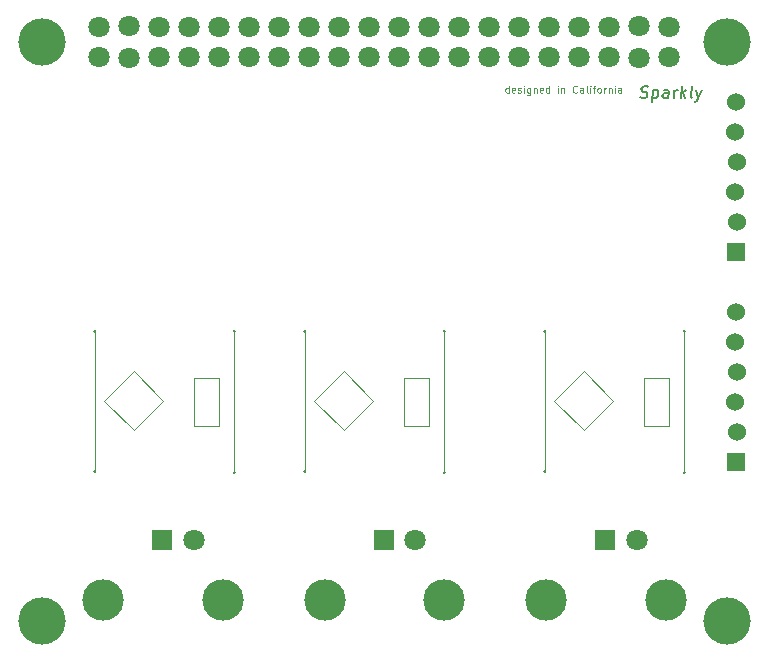
<source format=gbr>
%TF.GenerationSoftware,KiCad,Pcbnew,(6.0.0-0)*%
%TF.CreationDate,2022-01-12T23:13:02-08:00*%
%TF.ProjectId,tentacle-raspi,74656e74-6163-46c6-952d-72617370692e,1.0*%
%TF.SameCoordinates,Original*%
%TF.FileFunction,Legend,Top*%
%TF.FilePolarity,Positive*%
%FSLAX46Y46*%
G04 Gerber Fmt 4.6, Leading zero omitted, Abs format (unit mm)*
G04 Created by KiCad (PCBNEW (6.0.0-0)) date 2022-01-12 23:13:02*
%MOMM*%
%LPD*%
G01*
G04 APERTURE LIST*
%ADD10C,0.150000*%
%ADD11C,0.080000*%
%ADD12C,0.120000*%
%ADD13C,4.000000*%
%ADD14R,1.524000X1.524000*%
%ADD15C,1.524000*%
%ADD16C,3.500000*%
%ADD17R,1.800000X1.800000*%
%ADD18C,1.800000*%
G04 APERTURE END LIST*
D10*
X159669660Y-65682761D02*
X159806565Y-65730380D01*
X160044660Y-65730380D01*
X160145851Y-65682761D01*
X160199422Y-65635142D01*
X160258946Y-65539904D01*
X160270851Y-65444666D01*
X160235136Y-65349428D01*
X160193470Y-65301809D01*
X160104184Y-65254190D01*
X159919660Y-65206571D01*
X159830375Y-65158952D01*
X159788708Y-65111333D01*
X159752994Y-65016095D01*
X159764898Y-64920857D01*
X159824422Y-64825619D01*
X159877994Y-64778000D01*
X159979184Y-64730380D01*
X160217279Y-64730380D01*
X160354184Y-64778000D01*
X160747041Y-65063714D02*
X160622041Y-66063714D01*
X160741089Y-65111333D02*
X160842279Y-65063714D01*
X161032755Y-65063714D01*
X161122041Y-65111333D01*
X161163708Y-65158952D01*
X161199422Y-65254190D01*
X161163708Y-65539904D01*
X161104184Y-65635142D01*
X161050613Y-65682761D01*
X160949422Y-65730380D01*
X160758946Y-65730380D01*
X160669660Y-65682761D01*
X161997041Y-65730380D02*
X162062517Y-65206571D01*
X162026803Y-65111333D01*
X161937517Y-65063714D01*
X161747041Y-65063714D01*
X161645851Y-65111333D01*
X162002994Y-65682761D02*
X161901803Y-65730380D01*
X161663708Y-65730380D01*
X161574422Y-65682761D01*
X161538708Y-65587523D01*
X161550613Y-65492285D01*
X161610136Y-65397047D01*
X161711327Y-65349428D01*
X161949422Y-65349428D01*
X162050613Y-65301809D01*
X162473232Y-65730380D02*
X162556565Y-65063714D01*
X162532755Y-65254190D02*
X162592279Y-65158952D01*
X162645851Y-65111333D01*
X162747041Y-65063714D01*
X162842279Y-65063714D01*
X163092279Y-65730380D02*
X163217279Y-64730380D01*
X163235136Y-65349428D02*
X163473232Y-65730380D01*
X163556565Y-65063714D02*
X163127994Y-65444666D01*
X164044660Y-65730380D02*
X163955375Y-65682761D01*
X163919660Y-65587523D01*
X164026803Y-64730380D01*
X164413708Y-65063714D02*
X164568470Y-65730380D01*
X164889898Y-65063714D02*
X164568470Y-65730380D01*
X164443470Y-65968476D01*
X164389898Y-66016095D01*
X164288708Y-66063714D01*
D11*
X148519142Y-65295428D02*
X148519142Y-64695428D01*
X148519142Y-65266857D02*
X148462000Y-65295428D01*
X148347714Y-65295428D01*
X148290571Y-65266857D01*
X148262000Y-65238285D01*
X148233428Y-65181142D01*
X148233428Y-65009714D01*
X148262000Y-64952571D01*
X148290571Y-64924000D01*
X148347714Y-64895428D01*
X148462000Y-64895428D01*
X148519142Y-64924000D01*
X149033428Y-65266857D02*
X148976285Y-65295428D01*
X148862000Y-65295428D01*
X148804857Y-65266857D01*
X148776285Y-65209714D01*
X148776285Y-64981142D01*
X148804857Y-64924000D01*
X148862000Y-64895428D01*
X148976285Y-64895428D01*
X149033428Y-64924000D01*
X149062000Y-64981142D01*
X149062000Y-65038285D01*
X148776285Y-65095428D01*
X149290571Y-65266857D02*
X149347714Y-65295428D01*
X149462000Y-65295428D01*
X149519142Y-65266857D01*
X149547714Y-65209714D01*
X149547714Y-65181142D01*
X149519142Y-65124000D01*
X149462000Y-65095428D01*
X149376285Y-65095428D01*
X149319142Y-65066857D01*
X149290571Y-65009714D01*
X149290571Y-64981142D01*
X149319142Y-64924000D01*
X149376285Y-64895428D01*
X149462000Y-64895428D01*
X149519142Y-64924000D01*
X149804857Y-65295428D02*
X149804857Y-64895428D01*
X149804857Y-64695428D02*
X149776285Y-64724000D01*
X149804857Y-64752571D01*
X149833428Y-64724000D01*
X149804857Y-64695428D01*
X149804857Y-64752571D01*
X150347714Y-64895428D02*
X150347714Y-65381142D01*
X150319142Y-65438285D01*
X150290571Y-65466857D01*
X150233428Y-65495428D01*
X150147714Y-65495428D01*
X150090571Y-65466857D01*
X150347714Y-65266857D02*
X150290571Y-65295428D01*
X150176285Y-65295428D01*
X150119142Y-65266857D01*
X150090571Y-65238285D01*
X150062000Y-65181142D01*
X150062000Y-65009714D01*
X150090571Y-64952571D01*
X150119142Y-64924000D01*
X150176285Y-64895428D01*
X150290571Y-64895428D01*
X150347714Y-64924000D01*
X150633428Y-64895428D02*
X150633428Y-65295428D01*
X150633428Y-64952571D02*
X150662000Y-64924000D01*
X150719142Y-64895428D01*
X150804857Y-64895428D01*
X150862000Y-64924000D01*
X150890571Y-64981142D01*
X150890571Y-65295428D01*
X151404857Y-65266857D02*
X151347714Y-65295428D01*
X151233428Y-65295428D01*
X151176285Y-65266857D01*
X151147714Y-65209714D01*
X151147714Y-64981142D01*
X151176285Y-64924000D01*
X151233428Y-64895428D01*
X151347714Y-64895428D01*
X151404857Y-64924000D01*
X151433428Y-64981142D01*
X151433428Y-65038285D01*
X151147714Y-65095428D01*
X151947714Y-65295428D02*
X151947714Y-64695428D01*
X151947714Y-65266857D02*
X151890571Y-65295428D01*
X151776285Y-65295428D01*
X151719142Y-65266857D01*
X151690571Y-65238285D01*
X151662000Y-65181142D01*
X151662000Y-65009714D01*
X151690571Y-64952571D01*
X151719142Y-64924000D01*
X151776285Y-64895428D01*
X151890571Y-64895428D01*
X151947714Y-64924000D01*
X152690571Y-65295428D02*
X152690571Y-64895428D01*
X152690571Y-64695428D02*
X152662000Y-64724000D01*
X152690571Y-64752571D01*
X152719142Y-64724000D01*
X152690571Y-64695428D01*
X152690571Y-64752571D01*
X152976285Y-64895428D02*
X152976285Y-65295428D01*
X152976285Y-64952571D02*
X153004857Y-64924000D01*
X153062000Y-64895428D01*
X153147714Y-64895428D01*
X153204857Y-64924000D01*
X153233428Y-64981142D01*
X153233428Y-65295428D01*
X154319142Y-65238285D02*
X154290571Y-65266857D01*
X154204857Y-65295428D01*
X154147714Y-65295428D01*
X154062000Y-65266857D01*
X154004857Y-65209714D01*
X153976285Y-65152571D01*
X153947714Y-65038285D01*
X153947714Y-64952571D01*
X153976285Y-64838285D01*
X154004857Y-64781142D01*
X154062000Y-64724000D01*
X154147714Y-64695428D01*
X154204857Y-64695428D01*
X154290571Y-64724000D01*
X154319142Y-64752571D01*
X154833428Y-65295428D02*
X154833428Y-64981142D01*
X154804857Y-64924000D01*
X154747714Y-64895428D01*
X154633428Y-64895428D01*
X154576285Y-64924000D01*
X154833428Y-65266857D02*
X154776285Y-65295428D01*
X154633428Y-65295428D01*
X154576285Y-65266857D01*
X154547714Y-65209714D01*
X154547714Y-65152571D01*
X154576285Y-65095428D01*
X154633428Y-65066857D01*
X154776285Y-65066857D01*
X154833428Y-65038285D01*
X155204857Y-65295428D02*
X155147714Y-65266857D01*
X155119142Y-65209714D01*
X155119142Y-64695428D01*
X155433428Y-65295428D02*
X155433428Y-64895428D01*
X155433428Y-64695428D02*
X155404857Y-64724000D01*
X155433428Y-64752571D01*
X155462000Y-64724000D01*
X155433428Y-64695428D01*
X155433428Y-64752571D01*
X155633428Y-64895428D02*
X155862000Y-64895428D01*
X155719142Y-65295428D02*
X155719142Y-64781142D01*
X155747714Y-64724000D01*
X155804857Y-64695428D01*
X155862000Y-64695428D01*
X156147714Y-65295428D02*
X156090571Y-65266857D01*
X156062000Y-65238285D01*
X156033428Y-65181142D01*
X156033428Y-65009714D01*
X156062000Y-64952571D01*
X156090571Y-64924000D01*
X156147714Y-64895428D01*
X156233428Y-64895428D01*
X156290571Y-64924000D01*
X156319142Y-64952571D01*
X156347714Y-65009714D01*
X156347714Y-65181142D01*
X156319142Y-65238285D01*
X156290571Y-65266857D01*
X156233428Y-65295428D01*
X156147714Y-65295428D01*
X156604857Y-65295428D02*
X156604857Y-64895428D01*
X156604857Y-65009714D02*
X156633428Y-64952571D01*
X156662000Y-64924000D01*
X156719142Y-64895428D01*
X156776285Y-64895428D01*
X156976285Y-64895428D02*
X156976285Y-65295428D01*
X156976285Y-64952571D02*
X157004857Y-64924000D01*
X157062000Y-64895428D01*
X157147714Y-64895428D01*
X157204857Y-64924000D01*
X157233428Y-64981142D01*
X157233428Y-65295428D01*
X157519142Y-65295428D02*
X157519142Y-64895428D01*
X157519142Y-64695428D02*
X157490571Y-64724000D01*
X157519142Y-64752571D01*
X157547714Y-64724000D01*
X157519142Y-64695428D01*
X157519142Y-64752571D01*
X158062000Y-65295428D02*
X158062000Y-64981142D01*
X158033428Y-64924000D01*
X157976285Y-64895428D01*
X157862000Y-64895428D01*
X157804857Y-64924000D01*
X158062000Y-65266857D02*
X158004857Y-65295428D01*
X157862000Y-65295428D01*
X157804857Y-65266857D01*
X157776285Y-65209714D01*
X157776285Y-65152571D01*
X157804857Y-65095428D01*
X157862000Y-65066857D01*
X158004857Y-65066857D01*
X158062000Y-65038285D01*
D12*
%TO.C,STP201*%
X121880000Y-89490000D02*
X123980000Y-89490000D01*
X114280000Y-91390000D02*
X116780000Y-88890000D01*
X116780000Y-88890000D02*
X119280000Y-91390000D01*
X123980000Y-93490000D02*
X121880000Y-93490000D01*
X119280000Y-91390000D02*
X116780000Y-93890000D01*
X123980000Y-89490000D02*
X123980000Y-93490000D01*
X116780000Y-93890000D02*
X114280000Y-91390000D01*
X125280000Y-97390000D02*
X125280000Y-85490000D01*
X121880000Y-93490000D02*
X121880000Y-89490000D01*
X113480000Y-97390000D02*
X113480000Y-85490000D01*
X125380000Y-85490000D02*
G75*
G03*
X125380000Y-85490000I-100000J0D01*
G01*
X113580000Y-97390000D02*
G75*
G03*
X113580000Y-97390000I-100000J0D01*
G01*
X113580000Y-85490000D02*
G75*
G03*
X113580000Y-85490000I-100000J0D01*
G01*
X125380000Y-97490000D02*
G75*
G03*
X125380000Y-97490000I-100000J0D01*
G01*
%TO.C,STP301*%
X139660000Y-93490000D02*
X139660000Y-89490000D01*
X139660000Y-89490000D02*
X141760000Y-89490000D01*
X141760000Y-93490000D02*
X139660000Y-93490000D01*
X131260000Y-97390000D02*
X131260000Y-85490000D01*
X134560000Y-88890000D02*
X137060000Y-91390000D01*
X137060000Y-91390000D02*
X134560000Y-93890000D01*
X141760000Y-89490000D02*
X141760000Y-93490000D01*
X132060000Y-91390000D02*
X134560000Y-88890000D01*
X134560000Y-93890000D02*
X132060000Y-91390000D01*
X143060000Y-97390000D02*
X143060000Y-85490000D01*
X131360000Y-85490000D02*
G75*
G03*
X131360000Y-85490000I-100000J0D01*
G01*
X143160000Y-85490000D02*
G75*
G03*
X143160000Y-85490000I-100000J0D01*
G01*
X143160000Y-97490000D02*
G75*
G03*
X143160000Y-97490000I-100000J0D01*
G01*
X131360000Y-97390000D02*
G75*
G03*
X131360000Y-97390000I-100000J0D01*
G01*
%TO.C,STP401*%
X154880000Y-88890000D02*
X157380000Y-91390000D01*
X159980000Y-89490000D02*
X162080000Y-89490000D01*
X159980000Y-93490000D02*
X159980000Y-89490000D01*
X157380000Y-91390000D02*
X154880000Y-93890000D01*
X162080000Y-89490000D02*
X162080000Y-93490000D01*
X154880000Y-93890000D02*
X152380000Y-91390000D01*
X151580000Y-97390000D02*
X151580000Y-85490000D01*
X152380000Y-91390000D02*
X154880000Y-88890000D01*
X163380000Y-97390000D02*
X163380000Y-85490000D01*
X162080000Y-93490000D02*
X159980000Y-93490000D01*
X163480000Y-85490000D02*
G75*
G03*
X163480000Y-85490000I-100000J0D01*
G01*
X163480000Y-97490000D02*
G75*
G03*
X163480000Y-97490000I-100000J0D01*
G01*
X151680000Y-85490000D02*
G75*
G03*
X151680000Y-85490000I-100000J0D01*
G01*
X151680000Y-97390000D02*
G75*
G03*
X151680000Y-97390000I-100000J0D01*
G01*
%TD*%
D13*
%TO.C,PI_Board*%
X109000000Y-110000000D03*
X167000000Y-110000000D03*
X167000000Y-61000000D03*
X109000000Y-61000000D03*
%TD*%
D14*
%TO.C,P101*%
X167750000Y-78820000D03*
D15*
X167813500Y-76280000D03*
X167686500Y-73740000D03*
X167813500Y-71200000D03*
X167686500Y-68660000D03*
X167750000Y-66120000D03*
%TD*%
D16*
%TO.C,P201*%
X114186500Y-108250000D03*
X124313500Y-108250000D03*
D17*
X119186500Y-103170000D03*
D18*
X121853500Y-103170000D03*
%TD*%
D16*
%TO.C,P301*%
X132936500Y-108250000D03*
X143063500Y-108250000D03*
D17*
X137936500Y-103170000D03*
D18*
X140603500Y-103170000D03*
%TD*%
D16*
%TO.C,P401*%
X161813500Y-108250000D03*
X151686500Y-108250000D03*
D17*
X156686500Y-103170000D03*
D18*
X159353500Y-103170000D03*
%TD*%
%TO.C,PI_BOARD101*%
X113870000Y-62270000D03*
X113870000Y-59730000D03*
X116410000Y-62333500D03*
X116410000Y-59666500D03*
X118950000Y-62270000D03*
X118950000Y-59730000D03*
X121490000Y-62270000D03*
X121490000Y-59730000D03*
X124030000Y-62270000D03*
X124030000Y-59730000D03*
X126570000Y-62270000D03*
X126570000Y-59730000D03*
X129110000Y-62270000D03*
X129110000Y-59730000D03*
X131650000Y-62270000D03*
X131650000Y-59730000D03*
X134190000Y-62270000D03*
X134190000Y-59730000D03*
X136730000Y-62270000D03*
X136730000Y-59730000D03*
X139270000Y-62270000D03*
X139270000Y-59730000D03*
X141810000Y-62270000D03*
X141810000Y-59730000D03*
X144350000Y-62270000D03*
X144350000Y-59730000D03*
X146890000Y-62270000D03*
X146890000Y-59730000D03*
X149430000Y-62270000D03*
X149430000Y-59730000D03*
X151970000Y-62270000D03*
X151970000Y-59730000D03*
X154510000Y-62270000D03*
X154510000Y-59730000D03*
X157050000Y-62270000D03*
X157050000Y-59730000D03*
X159590000Y-62333500D03*
X159590000Y-59666500D03*
X162130000Y-62270000D03*
X162130000Y-59730000D03*
%TD*%
D14*
%TO.C,P102*%
X167750000Y-96600000D03*
D15*
X167813500Y-94060000D03*
X167686500Y-91520000D03*
X167813500Y-88980000D03*
X167686500Y-86440000D03*
X167750000Y-83900000D03*
%TD*%
M02*

</source>
